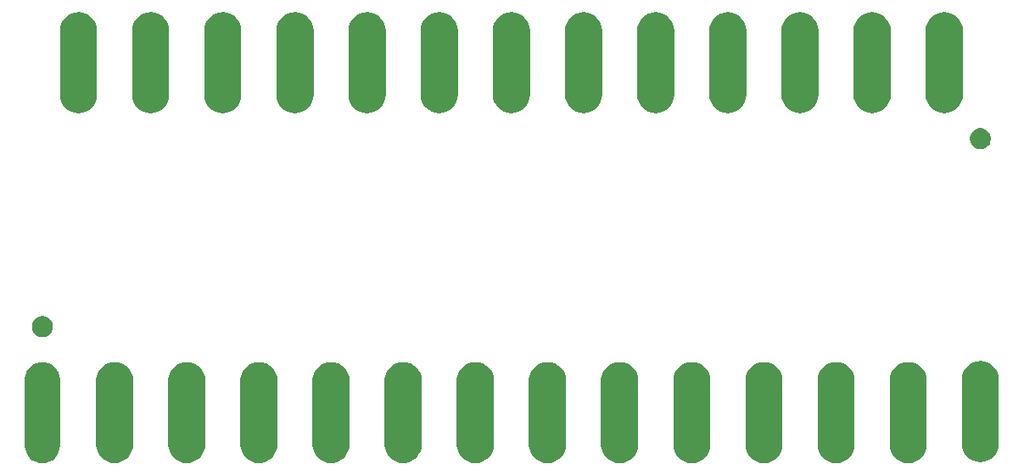
<source format=gbs>
G04 #@! TF.GenerationSoftware,KiCad,Pcbnew,(5.1.5-0)*
G04 #@! TF.CreationDate,2020-06-12T16:51:45+02:00*
G04 #@! TF.ProjectId,Divider2,44697669-6465-4723-922e-6b696361645f,rev?*
G04 #@! TF.SameCoordinates,Original*
G04 #@! TF.FileFunction,Soldermask,Bot*
G04 #@! TF.FilePolarity,Negative*
%FSLAX46Y46*%
G04 Gerber Fmt 4.6, Leading zero omitted, Abs format (unit mm)*
G04 Created by KiCad (PCBNEW (5.1.5-0)) date 2020-06-12 16:51:45*
%MOMM*%
%LPD*%
G04 APERTURE LIST*
%ADD10C,0.100000*%
G04 APERTURE END LIST*
D10*
G36*
X107162857Y-104175782D02*
G01*
X107511776Y-104281626D01*
X107833332Y-104453500D01*
X107897620Y-104506260D01*
X108115188Y-104684812D01*
X108310244Y-104922490D01*
X108346500Y-104966668D01*
X108518374Y-105288223D01*
X108624218Y-105637142D01*
X108651000Y-105909065D01*
X108651000Y-112490935D01*
X108624218Y-112762858D01*
X108518374Y-113111777D01*
X108346500Y-113433332D01*
X108346498Y-113433335D01*
X108346497Y-113433336D01*
X108115188Y-113715188D01*
X107833336Y-113946497D01*
X107833332Y-113946500D01*
X107511777Y-114118374D01*
X107162858Y-114224218D01*
X106800000Y-114259956D01*
X106437143Y-114224218D01*
X106088224Y-114118374D01*
X105766669Y-113946500D01*
X105766665Y-113946497D01*
X105484813Y-113715188D01*
X105253504Y-113433336D01*
X105253503Y-113433335D01*
X105253501Y-113433332D01*
X105081627Y-113111777D01*
X104975783Y-112762858D01*
X104949001Y-112490935D01*
X104949000Y-105909066D01*
X104975782Y-105637143D01*
X105081626Y-105288224D01*
X105253500Y-104966668D01*
X105335568Y-104866668D01*
X105484812Y-104684812D01*
X105766664Y-104453503D01*
X105766665Y-104453502D01*
X105766668Y-104453500D01*
X106088223Y-104281626D01*
X106437142Y-104175782D01*
X106800000Y-104140044D01*
X107162857Y-104175782D01*
G37*
G36*
X114362857Y-104175782D02*
G01*
X114711776Y-104281626D01*
X115033332Y-104453500D01*
X115097620Y-104506260D01*
X115315188Y-104684812D01*
X115510244Y-104922490D01*
X115546500Y-104966668D01*
X115718374Y-105288223D01*
X115824218Y-105637142D01*
X115851000Y-105909065D01*
X115851000Y-112490935D01*
X115824218Y-112762858D01*
X115718374Y-113111777D01*
X115546500Y-113433332D01*
X115546498Y-113433335D01*
X115546497Y-113433336D01*
X115315188Y-113715188D01*
X115033336Y-113946497D01*
X115033332Y-113946500D01*
X114711777Y-114118374D01*
X114362858Y-114224218D01*
X114000000Y-114259956D01*
X113637143Y-114224218D01*
X113288224Y-114118374D01*
X112966669Y-113946500D01*
X112966665Y-113946497D01*
X112684813Y-113715188D01*
X112453504Y-113433336D01*
X112453503Y-113433335D01*
X112453501Y-113433332D01*
X112281627Y-113111777D01*
X112175783Y-112762858D01*
X112149001Y-112490935D01*
X112149000Y-105909066D01*
X112175782Y-105637143D01*
X112281626Y-105288224D01*
X112453500Y-104966668D01*
X112535568Y-104866668D01*
X112684812Y-104684812D01*
X112966664Y-104453503D01*
X112966665Y-104453502D01*
X112966668Y-104453500D01*
X113288223Y-104281626D01*
X113637142Y-104175782D01*
X114000000Y-104140044D01*
X114362857Y-104175782D01*
G37*
G36*
X121562857Y-104175782D02*
G01*
X121911776Y-104281626D01*
X122233332Y-104453500D01*
X122297620Y-104506260D01*
X122515188Y-104684812D01*
X122710244Y-104922490D01*
X122746500Y-104966668D01*
X122918374Y-105288223D01*
X123024218Y-105637142D01*
X123051000Y-105909065D01*
X123051000Y-112490935D01*
X123024218Y-112762858D01*
X122918374Y-113111777D01*
X122746500Y-113433332D01*
X122746498Y-113433335D01*
X122746497Y-113433336D01*
X122515188Y-113715188D01*
X122233336Y-113946497D01*
X122233332Y-113946500D01*
X121911777Y-114118374D01*
X121562858Y-114224218D01*
X121200000Y-114259956D01*
X120837143Y-114224218D01*
X120488224Y-114118374D01*
X120166669Y-113946500D01*
X120166665Y-113946497D01*
X119884813Y-113715188D01*
X119653504Y-113433336D01*
X119653503Y-113433335D01*
X119653501Y-113433332D01*
X119481627Y-113111777D01*
X119375783Y-112762858D01*
X119349001Y-112490935D01*
X119349000Y-105909066D01*
X119375782Y-105637143D01*
X119481626Y-105288224D01*
X119653500Y-104966668D01*
X119735568Y-104866668D01*
X119884812Y-104684812D01*
X120166664Y-104453503D01*
X120166665Y-104453502D01*
X120166668Y-104453500D01*
X120488223Y-104281626D01*
X120837142Y-104175782D01*
X121200000Y-104140044D01*
X121562857Y-104175782D01*
G37*
G36*
X128762857Y-104175782D02*
G01*
X129111776Y-104281626D01*
X129433332Y-104453500D01*
X129497620Y-104506260D01*
X129715188Y-104684812D01*
X129910244Y-104922490D01*
X129946500Y-104966668D01*
X130118374Y-105288223D01*
X130224218Y-105637142D01*
X130251000Y-105909065D01*
X130251000Y-112490935D01*
X130224218Y-112762858D01*
X130118374Y-113111777D01*
X129946500Y-113433332D01*
X129946498Y-113433335D01*
X129946497Y-113433336D01*
X129715188Y-113715188D01*
X129433336Y-113946497D01*
X129433332Y-113946500D01*
X129111777Y-114118374D01*
X128762858Y-114224218D01*
X128400000Y-114259956D01*
X128037143Y-114224218D01*
X127688224Y-114118374D01*
X127366669Y-113946500D01*
X127366665Y-113946497D01*
X127084813Y-113715188D01*
X126853504Y-113433336D01*
X126853503Y-113433335D01*
X126853501Y-113433332D01*
X126681627Y-113111777D01*
X126575783Y-112762858D01*
X126549001Y-112490935D01*
X126549000Y-105909066D01*
X126575782Y-105637143D01*
X126681626Y-105288224D01*
X126853500Y-104966668D01*
X126935568Y-104866668D01*
X127084812Y-104684812D01*
X127366664Y-104453503D01*
X127366665Y-104453502D01*
X127366668Y-104453500D01*
X127688223Y-104281626D01*
X128037142Y-104175782D01*
X128400000Y-104140044D01*
X128762857Y-104175782D01*
G37*
G36*
X135962857Y-104175782D02*
G01*
X136311776Y-104281626D01*
X136633332Y-104453500D01*
X136697620Y-104506260D01*
X136915188Y-104684812D01*
X137110244Y-104922490D01*
X137146500Y-104966668D01*
X137318374Y-105288223D01*
X137424218Y-105637142D01*
X137451000Y-105909065D01*
X137451000Y-112490935D01*
X137424218Y-112762858D01*
X137318374Y-113111777D01*
X137146500Y-113433332D01*
X137146498Y-113433335D01*
X137146497Y-113433336D01*
X136915188Y-113715188D01*
X136633336Y-113946497D01*
X136633332Y-113946500D01*
X136311777Y-114118374D01*
X135962858Y-114224218D01*
X135600000Y-114259956D01*
X135237143Y-114224218D01*
X134888224Y-114118374D01*
X134566669Y-113946500D01*
X134566665Y-113946497D01*
X134284813Y-113715188D01*
X134053504Y-113433336D01*
X134053503Y-113433335D01*
X134053501Y-113433332D01*
X133881627Y-113111777D01*
X133775783Y-112762858D01*
X133749001Y-112490935D01*
X133749000Y-105909066D01*
X133775782Y-105637143D01*
X133881626Y-105288224D01*
X134053500Y-104966668D01*
X134135568Y-104866668D01*
X134284812Y-104684812D01*
X134566664Y-104453503D01*
X134566665Y-104453502D01*
X134566668Y-104453500D01*
X134888223Y-104281626D01*
X135237142Y-104175782D01*
X135600000Y-104140044D01*
X135962857Y-104175782D01*
G37*
G36*
X143162857Y-104175782D02*
G01*
X143511776Y-104281626D01*
X143833332Y-104453500D01*
X143897620Y-104506260D01*
X144115188Y-104684812D01*
X144310244Y-104922490D01*
X144346500Y-104966668D01*
X144518374Y-105288223D01*
X144624218Y-105637142D01*
X144651000Y-105909065D01*
X144651000Y-112490935D01*
X144624218Y-112762858D01*
X144518374Y-113111777D01*
X144346500Y-113433332D01*
X144346498Y-113433335D01*
X144346497Y-113433336D01*
X144115188Y-113715188D01*
X143833336Y-113946497D01*
X143833332Y-113946500D01*
X143511777Y-114118374D01*
X143162858Y-114224218D01*
X142800000Y-114259956D01*
X142437143Y-114224218D01*
X142088224Y-114118374D01*
X141766669Y-113946500D01*
X141766665Y-113946497D01*
X141484813Y-113715188D01*
X141253504Y-113433336D01*
X141253503Y-113433335D01*
X141253501Y-113433332D01*
X141081627Y-113111777D01*
X140975783Y-112762858D01*
X140949001Y-112490935D01*
X140949000Y-105909066D01*
X140975782Y-105637143D01*
X141081626Y-105288224D01*
X141253500Y-104966668D01*
X141335568Y-104866668D01*
X141484812Y-104684812D01*
X141766664Y-104453503D01*
X141766665Y-104453502D01*
X141766668Y-104453500D01*
X142088223Y-104281626D01*
X142437142Y-104175782D01*
X142800000Y-104140044D01*
X143162857Y-104175782D01*
G37*
G36*
X150362857Y-104175782D02*
G01*
X150711776Y-104281626D01*
X151033332Y-104453500D01*
X151097620Y-104506260D01*
X151315188Y-104684812D01*
X151510244Y-104922490D01*
X151546500Y-104966668D01*
X151718374Y-105288223D01*
X151824218Y-105637142D01*
X151851000Y-105909065D01*
X151851000Y-112490935D01*
X151824218Y-112762858D01*
X151718374Y-113111777D01*
X151546500Y-113433332D01*
X151546498Y-113433335D01*
X151546497Y-113433336D01*
X151315188Y-113715188D01*
X151033336Y-113946497D01*
X151033332Y-113946500D01*
X150711777Y-114118374D01*
X150362858Y-114224218D01*
X150000000Y-114259956D01*
X149637143Y-114224218D01*
X149288224Y-114118374D01*
X148966669Y-113946500D01*
X148966665Y-113946497D01*
X148684813Y-113715188D01*
X148453504Y-113433336D01*
X148453503Y-113433335D01*
X148453501Y-113433332D01*
X148281627Y-113111777D01*
X148175783Y-112762858D01*
X148149001Y-112490935D01*
X148149000Y-105909066D01*
X148175782Y-105637143D01*
X148281626Y-105288224D01*
X148453500Y-104966668D01*
X148535568Y-104866668D01*
X148684812Y-104684812D01*
X148966664Y-104453503D01*
X148966665Y-104453502D01*
X148966668Y-104453500D01*
X149288223Y-104281626D01*
X149637142Y-104175782D01*
X150000000Y-104140044D01*
X150362857Y-104175782D01*
G37*
G36*
X157562857Y-104175782D02*
G01*
X157911776Y-104281626D01*
X158233332Y-104453500D01*
X158297620Y-104506260D01*
X158515188Y-104684812D01*
X158710244Y-104922490D01*
X158746500Y-104966668D01*
X158918374Y-105288223D01*
X159024218Y-105637142D01*
X159051000Y-105909065D01*
X159051000Y-112490935D01*
X159024218Y-112762858D01*
X158918374Y-113111777D01*
X158746500Y-113433332D01*
X158746498Y-113433335D01*
X158746497Y-113433336D01*
X158515188Y-113715188D01*
X158233336Y-113946497D01*
X158233332Y-113946500D01*
X157911777Y-114118374D01*
X157562858Y-114224218D01*
X157200000Y-114259956D01*
X156837143Y-114224218D01*
X156488224Y-114118374D01*
X156166669Y-113946500D01*
X156166665Y-113946497D01*
X155884813Y-113715188D01*
X155653504Y-113433336D01*
X155653503Y-113433335D01*
X155653501Y-113433332D01*
X155481627Y-113111777D01*
X155375783Y-112762858D01*
X155349001Y-112490935D01*
X155349000Y-105909066D01*
X155375782Y-105637143D01*
X155481626Y-105288224D01*
X155653500Y-104966668D01*
X155735568Y-104866668D01*
X155884812Y-104684812D01*
X156166664Y-104453503D01*
X156166665Y-104453502D01*
X156166668Y-104453500D01*
X156488223Y-104281626D01*
X156837142Y-104175782D01*
X157200000Y-104140044D01*
X157562857Y-104175782D01*
G37*
G36*
X164762857Y-104175782D02*
G01*
X165111776Y-104281626D01*
X165433332Y-104453500D01*
X165497620Y-104506260D01*
X165715188Y-104684812D01*
X165910244Y-104922490D01*
X165946500Y-104966668D01*
X166118374Y-105288223D01*
X166224218Y-105637142D01*
X166251000Y-105909065D01*
X166251000Y-112490935D01*
X166224218Y-112762858D01*
X166118374Y-113111777D01*
X165946500Y-113433332D01*
X165946498Y-113433335D01*
X165946497Y-113433336D01*
X165715188Y-113715188D01*
X165433336Y-113946497D01*
X165433332Y-113946500D01*
X165111777Y-114118374D01*
X164762858Y-114224218D01*
X164400000Y-114259956D01*
X164037143Y-114224218D01*
X163688224Y-114118374D01*
X163366669Y-113946500D01*
X163366665Y-113946497D01*
X163084813Y-113715188D01*
X162853504Y-113433336D01*
X162853503Y-113433335D01*
X162853501Y-113433332D01*
X162681627Y-113111777D01*
X162575783Y-112762858D01*
X162549001Y-112490935D01*
X162549000Y-105909066D01*
X162575782Y-105637143D01*
X162681626Y-105288224D01*
X162853500Y-104966668D01*
X162935568Y-104866668D01*
X163084812Y-104684812D01*
X163366664Y-104453503D01*
X163366665Y-104453502D01*
X163366668Y-104453500D01*
X163688223Y-104281626D01*
X164037142Y-104175782D01*
X164400000Y-104140044D01*
X164762857Y-104175782D01*
G37*
G36*
X171962857Y-104175782D02*
G01*
X172311776Y-104281626D01*
X172633332Y-104453500D01*
X172697620Y-104506260D01*
X172915188Y-104684812D01*
X173110244Y-104922490D01*
X173146500Y-104966668D01*
X173318374Y-105288223D01*
X173424218Y-105637142D01*
X173451000Y-105909065D01*
X173451000Y-112490935D01*
X173424218Y-112762858D01*
X173318374Y-113111777D01*
X173146500Y-113433332D01*
X173146498Y-113433335D01*
X173146497Y-113433336D01*
X172915188Y-113715188D01*
X172633336Y-113946497D01*
X172633332Y-113946500D01*
X172311777Y-114118374D01*
X171962858Y-114224218D01*
X171600000Y-114259956D01*
X171237143Y-114224218D01*
X170888224Y-114118374D01*
X170566669Y-113946500D01*
X170566665Y-113946497D01*
X170284813Y-113715188D01*
X170053504Y-113433336D01*
X170053503Y-113433335D01*
X170053501Y-113433332D01*
X169881627Y-113111777D01*
X169775783Y-112762858D01*
X169749001Y-112490935D01*
X169749000Y-105909066D01*
X169775782Y-105637143D01*
X169881626Y-105288224D01*
X170053500Y-104966668D01*
X170135568Y-104866668D01*
X170284812Y-104684812D01*
X170566664Y-104453503D01*
X170566665Y-104453502D01*
X170566668Y-104453500D01*
X170888223Y-104281626D01*
X171237142Y-104175782D01*
X171600000Y-104140044D01*
X171962857Y-104175782D01*
G37*
G36*
X179162857Y-104175782D02*
G01*
X179511776Y-104281626D01*
X179833332Y-104453500D01*
X179897620Y-104506260D01*
X180115188Y-104684812D01*
X180310244Y-104922490D01*
X180346500Y-104966668D01*
X180518374Y-105288223D01*
X180624218Y-105637142D01*
X180651000Y-105909065D01*
X180651000Y-112490935D01*
X180624218Y-112762858D01*
X180518374Y-113111777D01*
X180346500Y-113433332D01*
X180346498Y-113433335D01*
X180346497Y-113433336D01*
X180115188Y-113715188D01*
X179833336Y-113946497D01*
X179833332Y-113946500D01*
X179511777Y-114118374D01*
X179162858Y-114224218D01*
X178800000Y-114259956D01*
X178437143Y-114224218D01*
X178088224Y-114118374D01*
X177766669Y-113946500D01*
X177766665Y-113946497D01*
X177484813Y-113715188D01*
X177253504Y-113433336D01*
X177253503Y-113433335D01*
X177253501Y-113433332D01*
X177081627Y-113111777D01*
X176975783Y-112762858D01*
X176949001Y-112490935D01*
X176949000Y-105909066D01*
X176975782Y-105637143D01*
X177081626Y-105288224D01*
X177253500Y-104966668D01*
X177335568Y-104866668D01*
X177484812Y-104684812D01*
X177766664Y-104453503D01*
X177766665Y-104453502D01*
X177766668Y-104453500D01*
X178088223Y-104281626D01*
X178437142Y-104175782D01*
X178800000Y-104140044D01*
X179162857Y-104175782D01*
G37*
G36*
X186362857Y-104175782D02*
G01*
X186711776Y-104281626D01*
X187033332Y-104453500D01*
X187097620Y-104506260D01*
X187315188Y-104684812D01*
X187510244Y-104922490D01*
X187546500Y-104966668D01*
X187718374Y-105288223D01*
X187824218Y-105637142D01*
X187851000Y-105909065D01*
X187851000Y-112490935D01*
X187824218Y-112762858D01*
X187718374Y-113111777D01*
X187546500Y-113433332D01*
X187546498Y-113433335D01*
X187546497Y-113433336D01*
X187315188Y-113715188D01*
X187033336Y-113946497D01*
X187033332Y-113946500D01*
X186711777Y-114118374D01*
X186362858Y-114224218D01*
X186000000Y-114259956D01*
X185637143Y-114224218D01*
X185288224Y-114118374D01*
X184966669Y-113946500D01*
X184966665Y-113946497D01*
X184684813Y-113715188D01*
X184453504Y-113433336D01*
X184453503Y-113433335D01*
X184453501Y-113433332D01*
X184281627Y-113111777D01*
X184175783Y-112762858D01*
X184149001Y-112490935D01*
X184149000Y-105909066D01*
X184175782Y-105637143D01*
X184281626Y-105288224D01*
X184453500Y-104966668D01*
X184535568Y-104866668D01*
X184684812Y-104684812D01*
X184966664Y-104453503D01*
X184966665Y-104453502D01*
X184966668Y-104453500D01*
X185288223Y-104281626D01*
X185637142Y-104175782D01*
X186000000Y-104140044D01*
X186362857Y-104175782D01*
G37*
G36*
X99943253Y-104174335D02*
G01*
X100108287Y-104224398D01*
X100273320Y-104274460D01*
X100577509Y-104437052D01*
X100844135Y-104655865D01*
X101062948Y-104922490D01*
X101204985Y-105188223D01*
X101225539Y-105226677D01*
X101325665Y-105556746D01*
X101351000Y-105813979D01*
X101351000Y-112586021D01*
X101325665Y-112843254D01*
X101325664Y-112843256D01*
X101225540Y-113173321D01*
X101062948Y-113477510D01*
X100844135Y-113744135D01*
X100577510Y-113962948D01*
X100273321Y-114125540D01*
X100108289Y-114175602D01*
X99943254Y-114225665D01*
X99600000Y-114259472D01*
X99256747Y-114225665D01*
X99091712Y-114175602D01*
X98926680Y-114125540D01*
X98622491Y-113962948D01*
X98355866Y-113744135D01*
X98137053Y-113477510D01*
X97974461Y-113173321D01*
X97874337Y-112843256D01*
X97874336Y-112843254D01*
X97849001Y-112586021D01*
X97849000Y-105813980D01*
X97874335Y-105556747D01*
X97974461Y-105226678D01*
X98113441Y-104966665D01*
X98137052Y-104922491D01*
X98355865Y-104655865D01*
X98622490Y-104437052D01*
X98926679Y-104274460D01*
X99091712Y-104224398D01*
X99256746Y-104174335D01*
X99600000Y-104140528D01*
X99943253Y-104174335D01*
G37*
G36*
X193562857Y-104075782D02*
G01*
X193911776Y-104181626D01*
X194233332Y-104353500D01*
X194297620Y-104406260D01*
X194515188Y-104584812D01*
X194746497Y-104866664D01*
X194746500Y-104866668D01*
X194918374Y-105188223D01*
X195024218Y-105537142D01*
X195051000Y-105809065D01*
X195051000Y-112390935D01*
X195024218Y-112662858D01*
X194918374Y-113011777D01*
X194746500Y-113333332D01*
X194746498Y-113333335D01*
X194746497Y-113333336D01*
X194515188Y-113615188D01*
X194233336Y-113846497D01*
X194233332Y-113846500D01*
X193911777Y-114018374D01*
X193562858Y-114124218D01*
X193200000Y-114159956D01*
X192837143Y-114124218D01*
X192488224Y-114018374D01*
X192166669Y-113846500D01*
X192166665Y-113846497D01*
X191884813Y-113615188D01*
X191653504Y-113333336D01*
X191653503Y-113333335D01*
X191653501Y-113333332D01*
X191481627Y-113011777D01*
X191375783Y-112662858D01*
X191349001Y-112390935D01*
X191349000Y-105809066D01*
X191375782Y-105537143D01*
X191481626Y-105188224D01*
X191653500Y-104866668D01*
X191706260Y-104802380D01*
X191884812Y-104584812D01*
X192166664Y-104353503D01*
X192166665Y-104353502D01*
X192166668Y-104353500D01*
X192488223Y-104181626D01*
X192837142Y-104075782D01*
X193200000Y-104040044D01*
X193562857Y-104075782D01*
G37*
G36*
X99906564Y-99589389D02*
G01*
X100097833Y-99668615D01*
X100097835Y-99668616D01*
X100269973Y-99783635D01*
X100416365Y-99930027D01*
X100531385Y-100102167D01*
X100610611Y-100293436D01*
X100651000Y-100496484D01*
X100651000Y-100703516D01*
X100610611Y-100906564D01*
X100531385Y-101097833D01*
X100531384Y-101097835D01*
X100416365Y-101269973D01*
X100269973Y-101416365D01*
X100097835Y-101531384D01*
X100097834Y-101531385D01*
X100097833Y-101531385D01*
X99906564Y-101610611D01*
X99703516Y-101651000D01*
X99496484Y-101651000D01*
X99293436Y-101610611D01*
X99102167Y-101531385D01*
X99102166Y-101531385D01*
X99102165Y-101531384D01*
X98930027Y-101416365D01*
X98783635Y-101269973D01*
X98668616Y-101097835D01*
X98668615Y-101097833D01*
X98589389Y-100906564D01*
X98549000Y-100703516D01*
X98549000Y-100496484D01*
X98589389Y-100293436D01*
X98668615Y-100102167D01*
X98783635Y-99930027D01*
X98930027Y-99783635D01*
X99102165Y-99668616D01*
X99102167Y-99668615D01*
X99293436Y-99589389D01*
X99496484Y-99549000D01*
X99703516Y-99549000D01*
X99906564Y-99589389D01*
G37*
G36*
X193506564Y-80789389D02*
G01*
X193697833Y-80868615D01*
X193697835Y-80868616D01*
X193869973Y-80983635D01*
X194016365Y-81130027D01*
X194131385Y-81302167D01*
X194210611Y-81493436D01*
X194251000Y-81696484D01*
X194251000Y-81903516D01*
X194210611Y-82106564D01*
X194131385Y-82297833D01*
X194131384Y-82297835D01*
X194016365Y-82469973D01*
X193869973Y-82616365D01*
X193697835Y-82731384D01*
X193697834Y-82731385D01*
X193697833Y-82731385D01*
X193506564Y-82810611D01*
X193303516Y-82851000D01*
X193096484Y-82851000D01*
X192893436Y-82810611D01*
X192702167Y-82731385D01*
X192702166Y-82731385D01*
X192702165Y-82731384D01*
X192530027Y-82616365D01*
X192383635Y-82469973D01*
X192268616Y-82297835D01*
X192268615Y-82297833D01*
X192189389Y-82106564D01*
X192149000Y-81903516D01*
X192149000Y-81696484D01*
X192189389Y-81493436D01*
X192268615Y-81302167D01*
X192383635Y-81130027D01*
X192530027Y-80983635D01*
X192702165Y-80868616D01*
X192702167Y-80868615D01*
X192893436Y-80789389D01*
X193096484Y-80749000D01*
X193303516Y-80749000D01*
X193506564Y-80789389D01*
G37*
G36*
X161162857Y-69175782D02*
G01*
X161511776Y-69281626D01*
X161833332Y-69453500D01*
X161897620Y-69506260D01*
X162115188Y-69684812D01*
X162346497Y-69966664D01*
X162346500Y-69966668D01*
X162518374Y-70288223D01*
X162624218Y-70637142D01*
X162651000Y-70909065D01*
X162651000Y-77490935D01*
X162624218Y-77762858D01*
X162518374Y-78111777D01*
X162346500Y-78433332D01*
X162346498Y-78433335D01*
X162346497Y-78433336D01*
X162115188Y-78715188D01*
X161833336Y-78946497D01*
X161833332Y-78946500D01*
X161511777Y-79118374D01*
X161162858Y-79224218D01*
X160800000Y-79259956D01*
X160437143Y-79224218D01*
X160088224Y-79118374D01*
X159766669Y-78946500D01*
X159766665Y-78946497D01*
X159484813Y-78715188D01*
X159253504Y-78433336D01*
X159253503Y-78433335D01*
X159253501Y-78433332D01*
X159081627Y-78111777D01*
X158975783Y-77762858D01*
X158949001Y-77490935D01*
X158949000Y-70909066D01*
X158975782Y-70637143D01*
X159081626Y-70288224D01*
X159253500Y-69966668D01*
X159306260Y-69902380D01*
X159484812Y-69684812D01*
X159766664Y-69453503D01*
X159766665Y-69453502D01*
X159766668Y-69453500D01*
X160088223Y-69281626D01*
X160437142Y-69175782D01*
X160800000Y-69140044D01*
X161162857Y-69175782D01*
G37*
G36*
X153962857Y-69175782D02*
G01*
X154311776Y-69281626D01*
X154633332Y-69453500D01*
X154697620Y-69506260D01*
X154915188Y-69684812D01*
X155146497Y-69966664D01*
X155146500Y-69966668D01*
X155318374Y-70288223D01*
X155424218Y-70637142D01*
X155451000Y-70909065D01*
X155451000Y-77490935D01*
X155424218Y-77762858D01*
X155318374Y-78111777D01*
X155146500Y-78433332D01*
X155146498Y-78433335D01*
X155146497Y-78433336D01*
X154915188Y-78715188D01*
X154633336Y-78946497D01*
X154633332Y-78946500D01*
X154311777Y-79118374D01*
X153962858Y-79224218D01*
X153600000Y-79259956D01*
X153237143Y-79224218D01*
X152888224Y-79118374D01*
X152566669Y-78946500D01*
X152566665Y-78946497D01*
X152284813Y-78715188D01*
X152053504Y-78433336D01*
X152053503Y-78433335D01*
X152053501Y-78433332D01*
X151881627Y-78111777D01*
X151775783Y-77762858D01*
X151749001Y-77490935D01*
X151749000Y-70909066D01*
X151775782Y-70637143D01*
X151881626Y-70288224D01*
X152053500Y-69966668D01*
X152106260Y-69902380D01*
X152284812Y-69684812D01*
X152566664Y-69453503D01*
X152566665Y-69453502D01*
X152566668Y-69453500D01*
X152888223Y-69281626D01*
X153237142Y-69175782D01*
X153600000Y-69140044D01*
X153962857Y-69175782D01*
G37*
G36*
X146762857Y-69175782D02*
G01*
X147111776Y-69281626D01*
X147433332Y-69453500D01*
X147497620Y-69506260D01*
X147715188Y-69684812D01*
X147946497Y-69966664D01*
X147946500Y-69966668D01*
X148118374Y-70288223D01*
X148224218Y-70637142D01*
X148251000Y-70909065D01*
X148251000Y-77490935D01*
X148224218Y-77762858D01*
X148118374Y-78111777D01*
X147946500Y-78433332D01*
X147946498Y-78433335D01*
X147946497Y-78433336D01*
X147715188Y-78715188D01*
X147433336Y-78946497D01*
X147433332Y-78946500D01*
X147111777Y-79118374D01*
X146762858Y-79224218D01*
X146400000Y-79259956D01*
X146037143Y-79224218D01*
X145688224Y-79118374D01*
X145366669Y-78946500D01*
X145366665Y-78946497D01*
X145084813Y-78715188D01*
X144853504Y-78433336D01*
X144853503Y-78433335D01*
X144853501Y-78433332D01*
X144681627Y-78111777D01*
X144575783Y-77762858D01*
X144549001Y-77490935D01*
X144549000Y-70909066D01*
X144575782Y-70637143D01*
X144681626Y-70288224D01*
X144853500Y-69966668D01*
X144906260Y-69902380D01*
X145084812Y-69684812D01*
X145366664Y-69453503D01*
X145366665Y-69453502D01*
X145366668Y-69453500D01*
X145688223Y-69281626D01*
X146037142Y-69175782D01*
X146400000Y-69140044D01*
X146762857Y-69175782D01*
G37*
G36*
X139562857Y-69175782D02*
G01*
X139911776Y-69281626D01*
X140233332Y-69453500D01*
X140297620Y-69506260D01*
X140515188Y-69684812D01*
X140746497Y-69966664D01*
X140746500Y-69966668D01*
X140918374Y-70288223D01*
X141024218Y-70637142D01*
X141051000Y-70909065D01*
X141051000Y-77490935D01*
X141024218Y-77762858D01*
X140918374Y-78111777D01*
X140746500Y-78433332D01*
X140746498Y-78433335D01*
X140746497Y-78433336D01*
X140515188Y-78715188D01*
X140233336Y-78946497D01*
X140233332Y-78946500D01*
X139911777Y-79118374D01*
X139562858Y-79224218D01*
X139200000Y-79259956D01*
X138837143Y-79224218D01*
X138488224Y-79118374D01*
X138166669Y-78946500D01*
X138166665Y-78946497D01*
X137884813Y-78715188D01*
X137653504Y-78433336D01*
X137653503Y-78433335D01*
X137653501Y-78433332D01*
X137481627Y-78111777D01*
X137375783Y-77762858D01*
X137349001Y-77490935D01*
X137349000Y-70909066D01*
X137375782Y-70637143D01*
X137481626Y-70288224D01*
X137653500Y-69966668D01*
X137706260Y-69902380D01*
X137884812Y-69684812D01*
X138166664Y-69453503D01*
X138166665Y-69453502D01*
X138166668Y-69453500D01*
X138488223Y-69281626D01*
X138837142Y-69175782D01*
X139200000Y-69140044D01*
X139562857Y-69175782D01*
G37*
G36*
X132362857Y-69175782D02*
G01*
X132711776Y-69281626D01*
X133033332Y-69453500D01*
X133097620Y-69506260D01*
X133315188Y-69684812D01*
X133546497Y-69966664D01*
X133546500Y-69966668D01*
X133718374Y-70288223D01*
X133824218Y-70637142D01*
X133851000Y-70909065D01*
X133851000Y-77490935D01*
X133824218Y-77762858D01*
X133718374Y-78111777D01*
X133546500Y-78433332D01*
X133546498Y-78433335D01*
X133546497Y-78433336D01*
X133315188Y-78715188D01*
X133033336Y-78946497D01*
X133033332Y-78946500D01*
X132711777Y-79118374D01*
X132362858Y-79224218D01*
X132000000Y-79259956D01*
X131637143Y-79224218D01*
X131288224Y-79118374D01*
X130966669Y-78946500D01*
X130966665Y-78946497D01*
X130684813Y-78715188D01*
X130453504Y-78433336D01*
X130453503Y-78433335D01*
X130453501Y-78433332D01*
X130281627Y-78111777D01*
X130175783Y-77762858D01*
X130149001Y-77490935D01*
X130149000Y-70909066D01*
X130175782Y-70637143D01*
X130281626Y-70288224D01*
X130453500Y-69966668D01*
X130506260Y-69902380D01*
X130684812Y-69684812D01*
X130966664Y-69453503D01*
X130966665Y-69453502D01*
X130966668Y-69453500D01*
X131288223Y-69281626D01*
X131637142Y-69175782D01*
X132000000Y-69140044D01*
X132362857Y-69175782D01*
G37*
G36*
X125162857Y-69175782D02*
G01*
X125511776Y-69281626D01*
X125833332Y-69453500D01*
X125897620Y-69506260D01*
X126115188Y-69684812D01*
X126346497Y-69966664D01*
X126346500Y-69966668D01*
X126518374Y-70288223D01*
X126624218Y-70637142D01*
X126651000Y-70909065D01*
X126651000Y-77490935D01*
X126624218Y-77762858D01*
X126518374Y-78111777D01*
X126346500Y-78433332D01*
X126346498Y-78433335D01*
X126346497Y-78433336D01*
X126115188Y-78715188D01*
X125833336Y-78946497D01*
X125833332Y-78946500D01*
X125511777Y-79118374D01*
X125162858Y-79224218D01*
X124800000Y-79259956D01*
X124437143Y-79224218D01*
X124088224Y-79118374D01*
X123766669Y-78946500D01*
X123766665Y-78946497D01*
X123484813Y-78715188D01*
X123253504Y-78433336D01*
X123253503Y-78433335D01*
X123253501Y-78433332D01*
X123081627Y-78111777D01*
X122975783Y-77762858D01*
X122949001Y-77490935D01*
X122949000Y-70909066D01*
X122975782Y-70637143D01*
X123081626Y-70288224D01*
X123253500Y-69966668D01*
X123306260Y-69902380D01*
X123484812Y-69684812D01*
X123766664Y-69453503D01*
X123766665Y-69453502D01*
X123766668Y-69453500D01*
X124088223Y-69281626D01*
X124437142Y-69175782D01*
X124800000Y-69140044D01*
X125162857Y-69175782D01*
G37*
G36*
X117962857Y-69175782D02*
G01*
X118311776Y-69281626D01*
X118633332Y-69453500D01*
X118697620Y-69506260D01*
X118915188Y-69684812D01*
X119146497Y-69966664D01*
X119146500Y-69966668D01*
X119318374Y-70288223D01*
X119424218Y-70637142D01*
X119451000Y-70909065D01*
X119451000Y-77490935D01*
X119424218Y-77762858D01*
X119318374Y-78111777D01*
X119146500Y-78433332D01*
X119146498Y-78433335D01*
X119146497Y-78433336D01*
X118915188Y-78715188D01*
X118633336Y-78946497D01*
X118633332Y-78946500D01*
X118311777Y-79118374D01*
X117962858Y-79224218D01*
X117600000Y-79259956D01*
X117237143Y-79224218D01*
X116888224Y-79118374D01*
X116566669Y-78946500D01*
X116566665Y-78946497D01*
X116284813Y-78715188D01*
X116053504Y-78433336D01*
X116053503Y-78433335D01*
X116053501Y-78433332D01*
X115881627Y-78111777D01*
X115775783Y-77762858D01*
X115749001Y-77490935D01*
X115749000Y-70909066D01*
X115775782Y-70637143D01*
X115881626Y-70288224D01*
X116053500Y-69966668D01*
X116106260Y-69902380D01*
X116284812Y-69684812D01*
X116566664Y-69453503D01*
X116566665Y-69453502D01*
X116566668Y-69453500D01*
X116888223Y-69281626D01*
X117237142Y-69175782D01*
X117600000Y-69140044D01*
X117962857Y-69175782D01*
G37*
G36*
X110762857Y-69175782D02*
G01*
X111111776Y-69281626D01*
X111433332Y-69453500D01*
X111497620Y-69506260D01*
X111715188Y-69684812D01*
X111946497Y-69966664D01*
X111946500Y-69966668D01*
X112118374Y-70288223D01*
X112224218Y-70637142D01*
X112251000Y-70909065D01*
X112251000Y-77490935D01*
X112224218Y-77762858D01*
X112118374Y-78111777D01*
X111946500Y-78433332D01*
X111946498Y-78433335D01*
X111946497Y-78433336D01*
X111715188Y-78715188D01*
X111433336Y-78946497D01*
X111433332Y-78946500D01*
X111111777Y-79118374D01*
X110762858Y-79224218D01*
X110400000Y-79259956D01*
X110037143Y-79224218D01*
X109688224Y-79118374D01*
X109366669Y-78946500D01*
X109366665Y-78946497D01*
X109084813Y-78715188D01*
X108853504Y-78433336D01*
X108853503Y-78433335D01*
X108853501Y-78433332D01*
X108681627Y-78111777D01*
X108575783Y-77762858D01*
X108549001Y-77490935D01*
X108549000Y-70909066D01*
X108575782Y-70637143D01*
X108681626Y-70288224D01*
X108853500Y-69966668D01*
X108906260Y-69902380D01*
X109084812Y-69684812D01*
X109366664Y-69453503D01*
X109366665Y-69453502D01*
X109366668Y-69453500D01*
X109688223Y-69281626D01*
X110037142Y-69175782D01*
X110400000Y-69140044D01*
X110762857Y-69175782D01*
G37*
G36*
X103562857Y-69175782D02*
G01*
X103911776Y-69281626D01*
X104233332Y-69453500D01*
X104297620Y-69506260D01*
X104515188Y-69684812D01*
X104746497Y-69966664D01*
X104746500Y-69966668D01*
X104918374Y-70288223D01*
X105024218Y-70637142D01*
X105051000Y-70909065D01*
X105051000Y-77490935D01*
X105024218Y-77762858D01*
X104918374Y-78111777D01*
X104746500Y-78433332D01*
X104746498Y-78433335D01*
X104746497Y-78433336D01*
X104515188Y-78715188D01*
X104233336Y-78946497D01*
X104233332Y-78946500D01*
X103911777Y-79118374D01*
X103562858Y-79224218D01*
X103200000Y-79259956D01*
X102837143Y-79224218D01*
X102488224Y-79118374D01*
X102166669Y-78946500D01*
X102166665Y-78946497D01*
X101884813Y-78715188D01*
X101653504Y-78433336D01*
X101653503Y-78433335D01*
X101653501Y-78433332D01*
X101481627Y-78111777D01*
X101375783Y-77762858D01*
X101349001Y-77490935D01*
X101349000Y-70909066D01*
X101375782Y-70637143D01*
X101481626Y-70288224D01*
X101653500Y-69966668D01*
X101706260Y-69902380D01*
X101884812Y-69684812D01*
X102166664Y-69453503D01*
X102166665Y-69453502D01*
X102166668Y-69453500D01*
X102488223Y-69281626D01*
X102837142Y-69175782D01*
X103200000Y-69140044D01*
X103562857Y-69175782D01*
G37*
G36*
X168362857Y-69175782D02*
G01*
X168711776Y-69281626D01*
X169033332Y-69453500D01*
X169097620Y-69506260D01*
X169315188Y-69684812D01*
X169546497Y-69966664D01*
X169546500Y-69966668D01*
X169718374Y-70288223D01*
X169824218Y-70637142D01*
X169851000Y-70909065D01*
X169851000Y-77490935D01*
X169824218Y-77762858D01*
X169718374Y-78111777D01*
X169546500Y-78433332D01*
X169546498Y-78433335D01*
X169546497Y-78433336D01*
X169315188Y-78715188D01*
X169033336Y-78946497D01*
X169033332Y-78946500D01*
X168711777Y-79118374D01*
X168362858Y-79224218D01*
X168000000Y-79259956D01*
X167637143Y-79224218D01*
X167288224Y-79118374D01*
X166966669Y-78946500D01*
X166966665Y-78946497D01*
X166684813Y-78715188D01*
X166453504Y-78433336D01*
X166453503Y-78433335D01*
X166453501Y-78433332D01*
X166281627Y-78111777D01*
X166175783Y-77762858D01*
X166149001Y-77490935D01*
X166149000Y-70909066D01*
X166175782Y-70637143D01*
X166281626Y-70288224D01*
X166453500Y-69966668D01*
X166506260Y-69902380D01*
X166684812Y-69684812D01*
X166966664Y-69453503D01*
X166966665Y-69453502D01*
X166966668Y-69453500D01*
X167288223Y-69281626D01*
X167637142Y-69175782D01*
X168000000Y-69140044D01*
X168362857Y-69175782D01*
G37*
G36*
X189962857Y-69175782D02*
G01*
X190311776Y-69281626D01*
X190633332Y-69453500D01*
X190697620Y-69506260D01*
X190915188Y-69684812D01*
X191146497Y-69966664D01*
X191146500Y-69966668D01*
X191318374Y-70288223D01*
X191424218Y-70637142D01*
X191451000Y-70909065D01*
X191451000Y-77490935D01*
X191424218Y-77762858D01*
X191318374Y-78111777D01*
X191146500Y-78433332D01*
X191146498Y-78433335D01*
X191146497Y-78433336D01*
X190915188Y-78715188D01*
X190633336Y-78946497D01*
X190633332Y-78946500D01*
X190311777Y-79118374D01*
X189962858Y-79224218D01*
X189600000Y-79259956D01*
X189237143Y-79224218D01*
X188888224Y-79118374D01*
X188566669Y-78946500D01*
X188566665Y-78946497D01*
X188284813Y-78715188D01*
X188053504Y-78433336D01*
X188053503Y-78433335D01*
X188053501Y-78433332D01*
X187881627Y-78111777D01*
X187775783Y-77762858D01*
X187749001Y-77490935D01*
X187749000Y-70909066D01*
X187775782Y-70637143D01*
X187881626Y-70288224D01*
X188053500Y-69966668D01*
X188106260Y-69902380D01*
X188284812Y-69684812D01*
X188566664Y-69453503D01*
X188566665Y-69453502D01*
X188566668Y-69453500D01*
X188888223Y-69281626D01*
X189237142Y-69175782D01*
X189600000Y-69140044D01*
X189962857Y-69175782D01*
G37*
G36*
X182762857Y-69175782D02*
G01*
X183111776Y-69281626D01*
X183433332Y-69453500D01*
X183497620Y-69506260D01*
X183715188Y-69684812D01*
X183946497Y-69966664D01*
X183946500Y-69966668D01*
X184118374Y-70288223D01*
X184224218Y-70637142D01*
X184251000Y-70909065D01*
X184251000Y-77490935D01*
X184224218Y-77762858D01*
X184118374Y-78111777D01*
X183946500Y-78433332D01*
X183946498Y-78433335D01*
X183946497Y-78433336D01*
X183715188Y-78715188D01*
X183433336Y-78946497D01*
X183433332Y-78946500D01*
X183111777Y-79118374D01*
X182762858Y-79224218D01*
X182400000Y-79259956D01*
X182037143Y-79224218D01*
X181688224Y-79118374D01*
X181366669Y-78946500D01*
X181366665Y-78946497D01*
X181084813Y-78715188D01*
X180853504Y-78433336D01*
X180853503Y-78433335D01*
X180853501Y-78433332D01*
X180681627Y-78111777D01*
X180575783Y-77762858D01*
X180549001Y-77490935D01*
X180549000Y-70909066D01*
X180575782Y-70637143D01*
X180681626Y-70288224D01*
X180853500Y-69966668D01*
X180906260Y-69902380D01*
X181084812Y-69684812D01*
X181366664Y-69453503D01*
X181366665Y-69453502D01*
X181366668Y-69453500D01*
X181688223Y-69281626D01*
X182037142Y-69175782D01*
X182400000Y-69140044D01*
X182762857Y-69175782D01*
G37*
G36*
X175562857Y-69175782D02*
G01*
X175911776Y-69281626D01*
X176233332Y-69453500D01*
X176297620Y-69506260D01*
X176515188Y-69684812D01*
X176746497Y-69966664D01*
X176746500Y-69966668D01*
X176918374Y-70288223D01*
X177024218Y-70637142D01*
X177051000Y-70909065D01*
X177051000Y-77490935D01*
X177024218Y-77762858D01*
X176918374Y-78111777D01*
X176746500Y-78433332D01*
X176746498Y-78433335D01*
X176746497Y-78433336D01*
X176515188Y-78715188D01*
X176233336Y-78946497D01*
X176233332Y-78946500D01*
X175911777Y-79118374D01*
X175562858Y-79224218D01*
X175200000Y-79259956D01*
X174837143Y-79224218D01*
X174488224Y-79118374D01*
X174166669Y-78946500D01*
X174166665Y-78946497D01*
X173884813Y-78715188D01*
X173653504Y-78433336D01*
X173653503Y-78433335D01*
X173653501Y-78433332D01*
X173481627Y-78111777D01*
X173375783Y-77762858D01*
X173349001Y-77490935D01*
X173349000Y-70909066D01*
X173375782Y-70637143D01*
X173481626Y-70288224D01*
X173653500Y-69966668D01*
X173706260Y-69902380D01*
X173884812Y-69684812D01*
X174166664Y-69453503D01*
X174166665Y-69453502D01*
X174166668Y-69453500D01*
X174488223Y-69281626D01*
X174837142Y-69175782D01*
X175200000Y-69140044D01*
X175562857Y-69175782D01*
G37*
M02*

</source>
